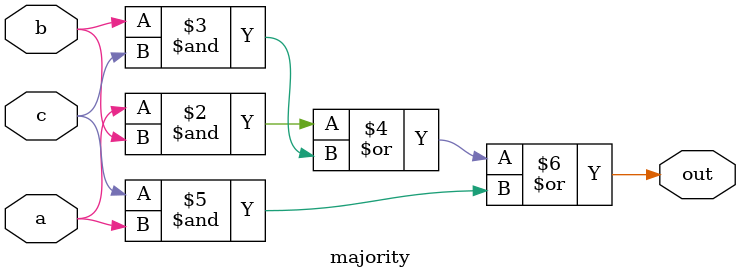
<source format=v>
`timescale 1ns / 1ns

module top(clk,rst,cin);

	parameter WIDTH = 512, HEIGHT = 512;
	parameter length = WIDTH*HEIGHT;
	
	input clk;
	input rst;
	input cin;
	
	wire w1,w2,w3,w4,w5,w6,w7,w0,w8,w9,w10,w11,w12,w13,w14,w15;
	reg [7:0] mem [0:length-1];
	reg [7:0] R,G,B;
	
	//input [7:0] R,G,B;
	
	wire [7:0] sR,sG,sB;
	wire cR,cG,cB;
	
	integer i;
	
	initial begin
		$readmemh("Lenna_gray_hex.txt",mem,0,length-1);
		i = 0;
	end
	
	always @(posedge clk) begin
		if(i < length) begin
			R <= mem[i];
//			G <= mem[i+1];
//			B <= mem[i+2];
			i = i + 1;
			#100;
		end
	end
	
	mlafa8 add(R,R,cin,sR,cR);
//	mlafa8 addG(G,G,cin,sG,cG);
//	mlafa8 addB(B,B,cin,sB,cB);
	
	always @(*) begin
		#1;
//		$display("@%0t:R= %h, G= %h, B= %h", $time,sR,sG,sB);
		$display("@%0t:R= %h", $time, sR);
						
	end

//	image_write image(clk,sR,sG,sB);
	image_write image(clk,sR);
	
endmodule

module image_write(input clk, input [7:0] R);

	parameter WIDTH = 512, HEIGHT = 512;
	parameter length = WIDTH*HEIGHT;
	integer fd;
	integer count;
	
	initial begin
		fd = $fopen("mlafa_3333_3333_lenna_grey.txt","w");
		count = 0;
	end
	
	always @(posedge clk) begin
		#1;
		$fwriteh(fd, R);
		$fwrite(fd,"\n");
//		$fwriteh(fd, G);
//		$fwrite(fd,"\n");
//		$fwriteh(fd, B);
//		$fwrite(fd,"\n");
		count = count + 1;
		if(count == length) begin
			$fclose(fd);
			$finish;
		end
	end

endmodule

//MLAFA_3333-3333
module mlafa8(input [7:0] a,b, input cin, output [7:0] s, output cout);
	
	reg [7:0] sreg;
	reg creg;
	wire w1,w2,w3,w4,w5,w6,w7,w0,w8,w9,w10,w11,w12,w13,w14,w15;
	
	majority m1(a[0],b[1], cin, w0);
	majority m2(a[1],b[0], cin, w1);
	majority m3(a[1],b[1], cin, w2);
	majority m4(a[2],b[3], w2, w3);
	majority m5(a[3],b[2], w2, w4);
	majority m6(a[3],b[3], w2, w5);
	majority m7(a[4],b[5], w5, w6);
	majority m8(a[5],b[4], w5, w7);
	majority m9(a[5],b[5], w5, w8);
	majority m10(a[6],b[7], w8, w9);
	majority m11(a[7],b[6], w8, w10);
	majority m12(a[7],b[7], w8, w11);
	majority m13(~cin,w0, w1, w12);
	majority m14(~w2,w3, w4, w13);
	majority m15(~w5,w6, w7, w14);
	majority m16(~w8,w9, w10, w15);
	
	always @(*) begin
		sreg <= {~w11,w15,~w8,w14,~w5,w13,~w2,w12};
		creg <= w11;
	end
	
	assign s = sreg;
	assign cout = creg;
	
endmodule

//MLAFA_1233-3333
/*module mlafa8(input [7:0] a,b, input cin, output [7:0] s, output cout);

	reg [7:0] sreg;
	reg creg;
	wire w1,w2,w3,w4,w5,w6,w7,w0,w8,w9,w10,w11,w12,w13;

	majority m1(a[0],b[0], cin, w0);
	majority m2(a[1],b[1], ~w0, w1);
	majority m3(a[2],b[3], w0, w2);
	majority m4(a[3],b[2], w0, w3);
	majority m5(a[3],b[3], w0, w4);
	majority m6(a[4],b[5], w4, w5);
	majority m7(a[5],b[4], w4, w6);
	majority m8(a[5],b[5], w4, w7);
	majority m9(a[6],b[7], w7, w8);
	majority m10(a[7],b[6], w7, w9);
	majority m11(a[7],b[7], w7, w10);
	majority m12(~w0,w2, w3, w11);
	majority m13(~w4,w5, w6, w12);
	majority m14(~w7,w8, w9, w13);

	always @(*) begin
	    sreg <= {~w10,w13,~w7,w12,~w4,w11,w1,~w0};
	    creg <= w10;
	end
	
	assign s = sreg;
	assign cout = creg;

endmodule*/

//MLAFA_1212-3333
/*module mlafa8(input [7:0] a,b, input cin, output [7:0] s, output cout);
	
	reg [7:0] sreg;
	reg creg;
	wire w1,w2,w3,w4,w5,w6,w7,w0,w8,w9,w10,w11;

	majority m1(a[0],b[0], cin, w0);
	majority m2(a[1],b[1], ~w0, w1);
	majority m3(a[2],b[2], w0, w2);
	majority m4(a[3],b[3], ~w2, w3);
	majority m5(a[4],b[5], w2, w4);
	majority m6(a[5],b[4], w2, w5);
	majority m7(a[5],b[5], w2, w6);
	majority m8(a[6],b[7], w6, w7);
	majority m9(a[7],b[6], w6, w8);
	majority m10(a[7],b[7], w6, w9);
	majority m11(~w2,w4, w5, w10);
	majority m12(~w6,w7, w8, w11);

	always @(*) begin
	    sreg <= {~w9,w11,~w6,w10,w3,~w2,w1,~w0};
	    creg <= w9;
	end
	
	assign s = sreg;
	assign cout = creg;

endmodule*/

//MLAFA_1212-1233
/*module mlafa8(input [7:0] a,b, input cin, output [7:0] s, output cout);
	
	reg [7:0] sreg;
	reg creg;
	wire w1,w2,w3,w4,w5,w6,w7,w0,w8,w9;

	majority m1(a[0],b[0], cin, w0);
	majority m2(a[1],b[1], ~w0, w1);
	majority m3(a[2],b[2], w0, w2);
	majority m4(a[3],b[3], ~w2, w3);
	majority m5(a[4],b[4], w2, w4);
	majority m6(a[5],b[5], ~w4, w5);
	majority m7(a[6],b[7], w4, w6);
	majority m8(a[7],b[6], w4, w7);
	majority m9(a[7],b[7], w4, w8);
	majority m10(~w4,w6, w7, w9);

	always @(*) begin
	    sreg = {~w8,w9,w5,~w4,w3,~w2,w1,~w0};
	    creg <= w8;
	end
	
	assign s = sreg;
	assign cout = creg;

endmodule*/

//MLAFA_1212-1212
/*module mlafa8(input [7:0] a,b, input cin, output [7:0] s, output cout);
	
	reg [7:0] sreg;
	reg creg;
	wire w1,w2,w3,w4,w5,w6,w7,w8;

	majority m1(a[0],b[0], cin, w1);
	majority m2(a[1],b[1], ~w1, w2);
	majority m3(a[2],b[2], w1, w3);
	majority m4(a[3],b[3], ~w3, w4);
	majority m5(a[4],b[4], w3, w5);
	majority m6(a[5],b[5], ~w5, w6);
	majority m7(a[6],b[6], w5, w7);
	majority m8(a[7],b[7], ~w7, w8);

	always @(*) begin
	    sreg <= {w8,~w7,w6,~w5,w4,~w3,w2,~w1};
	    creg <= w7;
	end
	
	assign s = sreg;
	assign cout = creg;

endmodule*/

//MLAFA_2121-2121
/*module mlafa8(input [7:0] a,b, input cin, output [7:0] s, output cout);
	
	reg [7:0] sreg;
	reg creg;
	wire w1,w2,w3,w4,w5,w6,w7,w8;

	majority m1(a[0],b[0], ~cin, w1);
	majority m2(a[1],b[1], cin, w2);
	majority m3(a[2],b[2], ~w2, w3);
	majority m4(a[3],b[3], w2, w4);
	majority m5(a[4],b[4], ~w4, w5);
	majority m6(a[5],b[5], w4, w6);
	majority m7(a[6],b[6], ~w6, w7);
	majority m8(a[7],b[7], w6, w8);

	always @(*) begin
	    sreg <= {~w8,w7,~w6,w5,~w4,w3,~w2,w1};
	    creg <= w8;
	end
	
	assign s = sreg;
	assign cout = creg;

endmodule*/

//MLAFA_2121-1212
/*module mlafa8(input [7:0] a,b, input cin, output [7:0] s, output cout);
	
	reg [7:0] sreg;
	reg creg;
	wire w1,w2,w3,w4,w5,w6,w7,w8;

	majority m1(a[0],b[0], ~cin, w1);
	majority m2(a[1],b[1], cin, w2);
	majority m3(a[2],b[2], ~w2, w3);
	majority m4(a[3],b[3], w2, w4);
	majority m5(a[4],b[4], w4, w5);
	majority m6(a[5],b[5], ~w5, w6);
	majority m7(a[6],b[6], w5, w7);
	majority m8(a[7],b[7], ~w7, w8);

	always @(*) begin
	    sreg <= {w8,~w7,w6,~w5,~w4,w3,~w2,w1};
	    creg <= w7;
	end
	
	assign s = sreg;
	assign cout = creg;

endmodule*/

//MLAFA_1212-2121
/*module mlafa8(input [7:0] a,b, input cin, output [7:0] s, output cout);
	
	reg [7:0] sreg;
	reg creg;
	wire w1,w2,w3,w4,w5,w6,w7,w8;

	majority m1(a[0],b[0], cin, w1);
	majority m2(a[1],b[1], ~w1, w2);
	majority m3(a[2],b[2], w1, w3);
	majority m4(a[3],b[3], ~w3, w4);
	majority m5(a[4],b[4], ~w3, w5);
	majority m6(a[5],b[5], w3, w6);
	majority m7(a[6],b[6], ~w6, w7);
	majority m8(a[7],b[7], w6, w8);

	always @(*) begin
	    sreg <= {~w8,w7,~w6,w5,w4,~w3,w2,~w1};
	    creg <= w8;
	end
	
	assign s = sreg;
	assign cout = creg;

endmodule*/

module majority(a,b,c,out);
	
	input a,b,c;
	output  reg out;
	always @(*)
		out <= a&b | b&c | c&a;
endmodule



</source>
